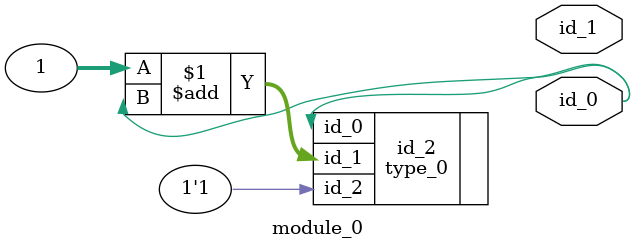
<source format=v>
`timescale 1 ps / 1ps timeunit 1ps / 1ps; `timescale 1ps / 1ps
module module_0 (
    output id_0,
    output id_1
);
  type_0 id_2 (
      .id_0(id_0),
      .id_1(1 + id_0),
      .id_2(|1)
  );
endmodule

</source>
